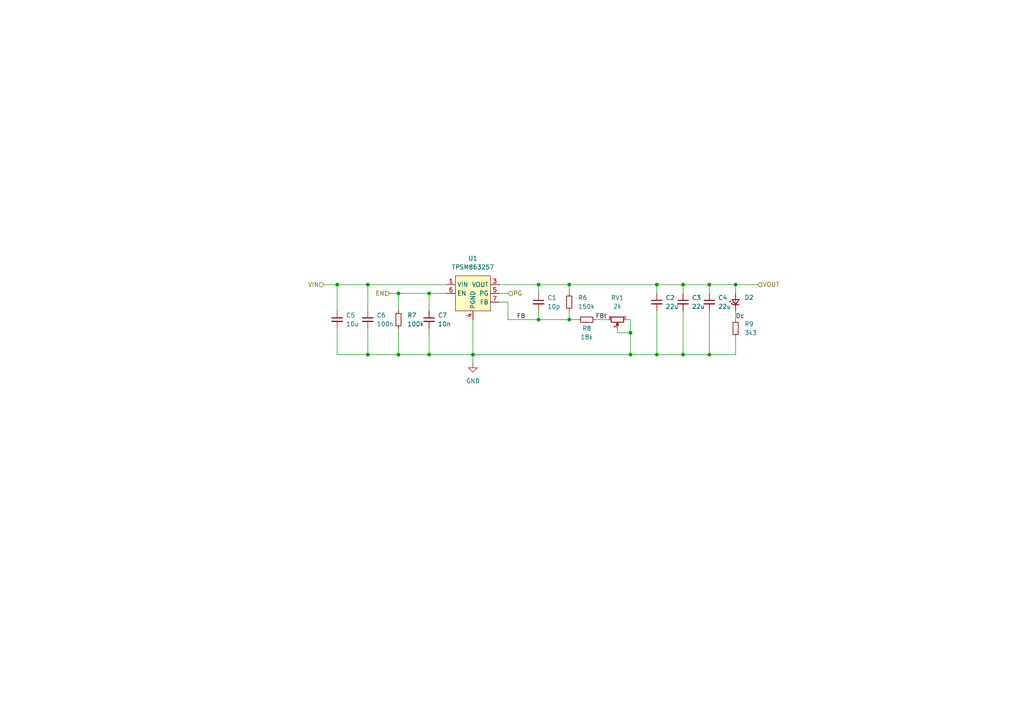
<source format=kicad_sch>
(kicad_sch (version 20231120) (generator "eeschema") (generator_version "8.0")
  (paper "A4")
  (title_block (title "buck") (date "${DATE}") (rev "${VERSION}") (company "Qetesh"))
  (lib_symbols
    (symbol "Device:C_Small" (pin_numbers hide) (pin_names (offset 0.254) hide)
      (property "Reference" "C" (at 0.254 1.778 0))
      (property "Value" "C_Small" (at 0.254 -2.032 0))
      (symbol "C_Small_0_1"
        (polyline (pts (xy -1.524 -0.508) (xy 1.524 -0.508)) (stroke (width 0.3302)))
        (polyline (pts (xy -1.524 0.508) (xy 1.524 0.508)) (stroke (width 0.3048)))
      )
      (symbol "C_Small_1_1"
        (pin passive line (at 0 2.54 270) (length 2.032) (name "~") (number "1"))
        (pin passive line (at 0 -2.54 90) (length 2.032) (name "~") (number "2"))
      )
    )
    (symbol "Device:LED_Small" (pin_numbers hide) (pin_names (offset 0.254) hide)
      (property "Reference" "D" (at -1.27 3.175 0))
      (property "Value" "LED_Small" (at -4.445 -2.54 0))
      (symbol "LED_Small_0_1"
        (polyline (pts (xy -0.762 -1.016) (xy -0.762 1.016)) (stroke (width 0.254)))
        (polyline (pts (xy 1.016 0) (xy -0.762 0)))
        (polyline (pts (xy 0.762 -1.016) (xy -0.762 0) (xy 0.762 1.016) (xy 0.762 -1.016)) (stroke (width 0.254)))
        (polyline (pts (xy 0 0.762) (xy -0.508 1.27) (xy -0.254 1.27) (xy -0.508 1.27) (xy -0.508 1.016)))
        (polyline (pts (xy 0.508 1.27) (xy 0 1.778) (xy 0.254 1.778) (xy 0 1.778) (xy 0 1.524)))
      )
      (symbol "LED_Small_1_1"
        (pin passive line (at -2.54 0 0) (length 1.778) (name "K") (number "1"))
        (pin passive line (at 2.54 0 180) (length 1.778) (name "A") (number "2"))
      )
    )
    (symbol "Device:R_Potentiometer_Small" (pin_names (offset 1.016) hide)
      (property "Reference" "RV" (at -4.445 0 90))
      (property "Value" "R_Potentiometer_Small" (at -2.54 0 90))
      (symbol "R_Potentiometer_Small_0_1"
        (polyline (pts (xy 0.889 0) (xy 0.635 0) (xy 1.651 0.381) (xy 1.651 -0.381) (xy 0.635 0) (xy 0.889 0)) (fill (type outline)))
        (rectangle (start 0.762 1.8034) (end -0.762 -1.8034) (stroke (width 0.254)))
      )
      (symbol "R_Potentiometer_Small_1_1"
        (pin passive line (at 0 2.54 270) (length 0.635) (name "1") (number "1"))
        (pin passive line (at 2.54 0 180) (length 0.9906) (name "2") (number "2"))
        (pin passive line (at 0 -2.54 90) (length 0.635) (name "3") (number "3"))
      )
    )
    (symbol "Device:R_Small" (pin_numbers hide) (pin_names (offset 0.254) hide)
      (property "Reference" "R" (at 0.762 0.508 0))
      (property "Value" "R_Small" (at 0.762 -1.016 0))
      (symbol "R_Small_0_1"
        (rectangle (start -0.762 1.778) (end 0.762 -1.778) (stroke (width 0.2032)))
      )
      (symbol "R_Small_1_1"
        (pin passive line (at 0 2.54 270) (length 0.762) (name "~") (number "1"))
        (pin passive line (at 0 -2.54 90) (length 0.762) (name "~") (number "2"))
      )
    )
    (symbol "TPSM86325x:TPSM863257"
      (property "Reference" "U" (at 0 0 0))
      (property "Value" "TPSM863257" (at 0 0 0))
      (symbol "TPSM863257_1_1"
        (rectangle (start -5.08 -2.54) (end 5.08 -12.7) (fill (type background)))
        (pin power_in line (at -7.62 -5.08 0) (length 2.54) (name "VIN") (number "1"))
        (pin no_connect line (at -7.62 -10.16 0) (length 2.54) hide (name "SW") (number "2"))
        (pin power_out line (at 7.62 -5.08 180) (length 2.54) (name "VOUT") (number "3"))
        (pin power_in line (at 0 -15.24 90) (length 2.54) (name "PGND") (number "4"))
        (pin output line (at 7.62 -7.62 180) (length 2.54) (name "PG") (number "5"))
        (pin input line (at -7.62 -7.62 0) (length 2.54) (name "EN") (number "6"))
        (pin input line (at 7.62 -10.16 180) (length 2.54) (name "FB") (number "7"))
      )
    )
    (symbol "power:GND" (power) (pin_numbers hide) (pin_names (offset 0) hide)
      (property "Value" "GND" (at 0 -3.81 0))
      (symbol "GND_0_1"
        (polyline (pts (xy 0 0) (xy 0 -1.27) (xy 1.27 -1.27) (xy 0 -2.54) (xy -1.27 -1.27) (xy 0 -1.27)))
      )
      (symbol "GND_1_1"
        (pin power_in line (at 0 0 270) (length 0) (name "~") (number "1"))
      )
    )
  )
  (junction (at 106.68 82.55))
  (junction (at 213.36 82.55))
  (junction (at 182.88 102.87))
  (junction (at 115.57 85.09))
  (junction (at 205.74 82.55))
  (junction (at 198.12 102.87))
  (junction (at 106.68 102.87))
  (junction (at 137.16 102.87))
  (junction (at 156.21 82.55))
  (junction (at 124.46 85.09))
  (junction (at 115.57 102.87))
  (junction (at 182.88 96.52))
  (junction (at 205.74 102.87))
  (junction (at 190.5 102.87))
  (junction (at 198.12 82.55))
  (junction (at 165.1 92.71))
  (junction (at 190.5 82.55))
  (junction (at 156.21 92.71))
  (junction (at 124.46 102.87))
  (junction (at 97.79 82.55))
  (junction (at 165.1 82.55))
  (wire (pts (xy 97.79 82.55) (xy 97.79 90.17)))
  (wire (pts (xy 182.88 92.71) (xy 182.88 96.52)))
  (wire (pts (xy 97.79 102.87) (xy 106.68 102.87)))
  (wire (pts (xy 198.12 102.87) (xy 190.5 102.87)))
  (wire (pts (xy 144.78 85.09) (xy 147.32 85.09)))
  (wire (pts (xy 190.5 102.87) (xy 182.88 102.87)))
  (wire (pts (xy 190.5 82.55) (xy 165.1 82.55)))
  (wire (pts (xy 144.78 82.55) (xy 156.21 82.55)))
  (wire (pts (xy 156.21 92.71) (xy 165.1 92.71)))
  (wire (pts (xy 179.07 95.25) (xy 179.07 96.52)))
  (wire (pts (xy 113.03 85.09) (xy 115.57 85.09)))
  (wire (pts (xy 179.07 96.52) (xy 182.88 96.52)))
  (wire (pts (xy 115.57 95.25) (xy 115.57 102.87)))
  (wire (pts (xy 97.79 95.25) (xy 97.79 102.87)))
  (wire (pts (xy 124.46 95.25) (xy 124.46 102.87)))
  (wire (pts (xy 106.68 95.25) (xy 106.68 102.87)))
  (wire (pts (xy 190.5 85.09) (xy 190.5 82.55)))
  (wire (pts (xy 205.74 90.17) (xy 205.74 102.87)))
  (wire (pts (xy 115.57 85.09) (xy 124.46 85.09)))
  (wire (pts (xy 137.16 92.71) (xy 137.16 102.87)))
  (wire (pts (xy 156.21 90.17) (xy 156.21 92.71)))
  (wire (pts (xy 106.68 82.55) (xy 129.54 82.55)))
  (wire (pts (xy 172.72 92.71) (xy 176.53 92.71)))
  (wire (pts (xy 198.12 90.17) (xy 198.12 102.87)))
  (wire (pts (xy 137.16 102.87) (xy 182.88 102.87)))
  (wire (pts (xy 144.78 87.63) (xy 147.32 87.63)))
  (wire (pts (xy 124.46 85.09) (xy 124.46 90.17)))
  (wire (pts (xy 182.88 96.52) (xy 182.88 102.87)))
  (wire (pts (xy 106.68 82.55) (xy 106.68 90.17)))
  (wire (pts (xy 205.74 82.55) (xy 213.36 82.55)))
  (wire (pts (xy 156.21 82.55) (xy 156.21 85.09)))
  (wire (pts (xy 93.98 82.55) (xy 97.79 82.55)))
  (wire (pts (xy 106.68 102.87) (xy 115.57 102.87)))
  (wire (pts (xy 137.16 105.41) (xy 137.16 102.87)))
  (wire (pts (xy 190.5 90.17) (xy 190.5 102.87)))
  (wire (pts (xy 147.32 92.71) (xy 156.21 92.71)))
  (wire (pts (xy 198.12 82.55) (xy 205.74 82.55)))
  (wire (pts (xy 213.36 85.09) (xy 213.36 82.55)))
  (wire (pts (xy 213.36 102.87) (xy 205.74 102.87)))
  (wire (pts (xy 115.57 85.09) (xy 115.57 90.17)))
  (wire (pts (xy 124.46 102.87) (xy 137.16 102.87)))
  (wire (pts (xy 165.1 92.71) (xy 167.64 92.71)))
  (wire (pts (xy 198.12 82.55) (xy 198.12 85.09)))
  (wire (pts (xy 165.1 90.17) (xy 165.1 92.71)))
  (wire (pts (xy 165.1 82.55) (xy 165.1 85.09)))
  (wire (pts (xy 213.36 82.55) (xy 219.71 82.55)))
  (wire (pts (xy 190.5 82.55) (xy 198.12 82.55)))
  (wire (pts (xy 213.36 97.79) (xy 213.36 102.87)))
  (wire (pts (xy 205.74 82.55) (xy 205.74 85.09)))
  (wire (pts (xy 156.21 82.55) (xy 165.1 82.55)))
  (wire (pts (xy 181.61 92.71) (xy 182.88 92.71)))
  (wire (pts (xy 97.79 82.55) (xy 106.68 82.55)))
  (wire (pts (xy 213.36 90.17) (xy 213.36 92.71)))
  (wire (pts (xy 147.32 87.63) (xy 147.32 92.71)))
  (wire (pts (xy 124.46 85.09) (xy 129.54 85.09)))
  (wire (pts (xy 115.57 102.87) (xy 124.46 102.87)))
  (wire (pts (xy 205.74 102.87) (xy 198.12 102.87)))
  (label "Dc" (at 213.36 92.71 0))
  (label "FB" (at 149.86 92.71 0))
  (label "FBt" (at 172.72 92.71 0))
  (hierarchical_label "EN" (shape input) (at 113.03 85.09 180))
  (hierarchical_label "VOUT" (shape input) (at 219.71 82.55 0))
  (hierarchical_label "PG" (shape input) (at 147.32 85.09 0))
  (hierarchical_label "VIN" (shape input) (at 93.98 82.55 180))
  (symbol (lib_id "Device:R_Small") (at 213.36 95.25 0) (unit 1)
    (property "Reference" "R9" (at 215.9 93.9799 0) (effects (justify left)))
    (property "Value" "3k3" (at 215.9 96.5199 0) (effects (justify left)))
    (property "Footprint" "Resistor_SMD:R_0402_1005Metric" (effects (hide yes)))
    (property "Description" "Resistor, small symbol" (effects (hide yes)))
    (property "LCSC" "C25890" (effects (hide yes)))
    (instances (project "RaspiPowerSupply" (path "" (reference "R9") (unit 1)) (path "" (reference "R13") (unit 1)) (path "" (reference "R21") (unit 1)) (path "" (reference "R17") (unit 1))))
  )
  (symbol (lib_id "TPSM86325x:TPSM863257") (at 137.16 77.47 0) (unit 1)
    (property "Reference" "U1" (at 137.16 74.93 0))
    (property "Value" "TPSM863257" (at 137.16 77.47 0))
    (property "Footprint" "TPSM86325x:QFN-FCMOD" (effects (hide yes)))
    (property "Datasheet" "https://www.ti.com/lit/ds/symlink/tpsm863257.pdf" (effects (hide yes)))
    (property "LCSC" "C19190416" (effects (hide yes)))
    (instances (project "" (path "" (reference "U1") (unit 1)) (path "" (reference "U2") (unit 1)) (path "" (reference "U4") (unit 1)) (path "" (reference "U3") (unit 1))))
  )
  (symbol (lib_id "power:GND") (at 137.16 105.41 0) (unit 1)
    (property "Reference" "#PWR012" (effects (hide yes)))
    (property "Value" "GND" (at 137.16 110.49 0))
    (property "Description" "Power symbol creates a global label with name \"GND\" , ground" (effects (hide yes)))
    (instances (project "" (path "" (reference "#PWR012") (unit 1)) (path "" (reference "#PWR013") (unit 1)) (path "" (reference "#PWR015") (unit 1)) (path "" (reference "#PWR014") (unit 1))))
  )
  (symbol (lib_id "Device:R_Small") (at 115.57 92.71 0) (unit 1)
    (property "Reference" "R7" (at 118.11 91.4399 0) (effects (justify left)))
    (property "Value" "100k" (at 118.11 93.9799 0) (effects (justify left)))
    (property "Footprint" "Resistor_SMD:R_0402_1005Metric" (effects (hide yes)))
    (property "Description" "Resistor, small symbol" (effects (hide yes)))
    (property "LCSC" "C25741" (effects (hide yes)))
    (instances (project "RaspiPowerSupply" (path "" (reference "R7") (unit 1)) (path "" (reference "R11") (unit 1)) (path "" (reference "R19") (unit 1)) (path "" (reference "R15") (unit 1))))
  )
  (symbol (lib_id "Device:C_Small") (at 156.21 87.63 0) (unit 1)
    (property "Reference" "C1" (at 158.75 86.3662 0) (effects (justify left)))
    (property "Value" "10p" (at 158.75 88.9062 0) (effects (justify left)))
    (property "Footprint" "Capacitor_SMD:C_0402_1005Metric" (effects (hide yes)))
    (property "Description" "Unpolarized capacitor, small symbol" (effects (hide yes)))
    (property "LCSC" "C32949" (effects (hide yes)))
    (instances (project "RaspiPowerSupply" (path "" (reference "C1") (unit 1)) (path "" (reference "C8") (unit 1)) (path "" (reference "C22") (unit 1)) (path "" (reference "C15") (unit 1))))
  )
  (symbol (lib_id "Device:C_Small") (at 97.79 92.71 0) (unit 1)
    (property "Reference" "C5" (at 100.33 91.4462 0) (effects (justify left)))
    (property "Value" "10u" (at 100.33 93.9862 0) (effects (justify left)))
    (property "Footprint" "Capacitor_SMD:C_0805_2012Metric" (effects (hide yes)))
    (property "Description" "Unpolarized capacitor, small symbol" (effects (hide yes)))
    (property "LCSC" "C15850" (effects (hide yes)))
    (instances (project "" (path "" (reference "C5") (unit 1)) (path "" (reference "C12") (unit 1)) (path "" (reference "C26") (unit 1)) (path "" (reference "C19") (unit 1))))
  )
  (symbol (lib_id "Device:R_Small") (at 170.18 92.71 90) (unit 1)
    (property "Reference" "R8" (at 170.18 95.25 90))
    (property "Value" "18k" (at 170.18 97.79 90))
    (property "Footprint" "Resistor_SMD:R_0402_1005Metric" (effects (hide yes)))
    (property "Description" "Resistor, small symbol" (effects (hide yes)))
    (property "LCSC" "C25765" (effects (hide yes)))
    (instances (project "RaspiPowerSupply" (path "" (reference "R8") (unit 1)) (path "" (reference "R12") (unit 1)) (path "" (reference "R20") (unit 1)) (path "" (reference "R16") (unit 1))))
  )
  (symbol (lib_id "Device:C_Small") (at 124.46 92.71 0) (unit 1)
    (property "Reference" "C7" (at 127 91.4462 0) (effects (justify left)))
    (property "Value" "10n" (at 127 93.9862 0) (effects (justify left)))
    (property "Footprint" "Capacitor_SMD:C_0402_1005Metric" (effects (hide yes)))
    (property "Description" "Unpolarized capacitor, small symbol" (effects (hide yes)))
    (property "LCSC" "C15195" (effects (hide yes)))
    (instances (project "RaspiPowerSupply" (path "" (reference "C7") (unit 1)) (path "" (reference "C14") (unit 1)) (path "" (reference "C28") (unit 1)) (path "" (reference "C21") (unit 1))))
  )
  (symbol (lib_id "Device:C_Small") (at 106.68 92.71 0) (unit 1)
    (property "Reference" "C6" (at 109.22 91.4462 0) (effects (justify left)))
    (property "Value" "100n" (at 109.22 93.9862 0) (effects (justify left)))
    (property "Footprint" "Capacitor_SMD:C_0402_1005Metric" (effects (hide yes)))
    (property "Description" "Unpolarized capacitor, small symbol" (effects (hide yes)))
    (property "LCSC" "C307331" (effects (hide yes)))
    (instances (project "RaspiPowerSupply" (path "" (reference "C6") (unit 1)) (path "" (reference "C13") (unit 1)) (path "" (reference "C27") (unit 1)) (path "" (reference "C20") (unit 1))))
  )
  (symbol (lib_id "Device:C_Small") (at 190.5 87.63 0) (unit 1)
    (property "Reference" "C2" (at 193.04 86.3662 0) (effects (justify left)))
    (property "Value" "22u" (at 193.04 88.9062 0) (effects (justify left)))
    (property "Footprint" "Capacitor_SMD:C_0805_2012Metric" (effects (hide yes)))
    (property "Description" "Unpolarized capacitor, small symbol" (effects (hide yes)))
    (property "LCSC" "C45783" (effects (hide yes)))
    (instances (project "RaspiPowerSupply" (path "" (reference "C2") (unit 1)) (path "" (reference "C9") (unit 1)) (path "" (reference "C23") (unit 1)) (path "" (reference "C16") (unit 1))))
  )
  (symbol (lib_id "Device:R_Small") (at 165.1 87.63 0) (unit 1)
    (property "Reference" "R6" (at 167.64 86.3599 0) (effects (justify left)))
    (property "Value" "150k" (at 167.64 88.8999 0) (effects (justify left)))
    (property "Footprint" "Resistor_SMD:R_0402_1005Metric" (effects (hide yes)))
    (property "Description" "Resistor, small symbol" (effects (hide yes)))
    (property "LCSC" "C25755" (effects (hide yes)))
    (instances (project "" (path "" (reference "R6") (unit 1)) (path "" (reference "R10") (unit 1)) (path "" (reference "R18") (unit 1)) (path "" (reference "R14") (unit 1))))
  )
  (symbol (lib_id "Device:C_Small") (at 205.74 87.63 0) (unit 1)
    (property "Reference" "C4" (at 208.28 86.3662 0) (effects (justify left)))
    (property "Value" "22u" (at 208.28 88.9062 0) (effects (justify left)))
    (property "Footprint" "Capacitor_SMD:C_0805_2012Metric" (effects (hide yes)))
    (property "Description" "Unpolarized capacitor, small symbol" (effects (hide yes)))
    (property "LCSC" "C45783" (effects (hide yes)))
    (instances (project "RaspiPowerSupply" (path "" (reference "C4") (unit 1)) (path "" (reference "C11") (unit 1)) (path "" (reference "C25") (unit 1)) (path "" (reference "C18") (unit 1))))
  )
  (symbol (lib_id "Device:LED_Small") (at 213.36 87.63 90) (unit 1)
    (property "Reference" "D2" (at 215.9 86.2964 90) (effects (justify right)))
    (property "Value" "${SHEETNAME}" (at 215.9 88.8364 90) (effects (justify right)))
    (property "Footprint" "LED_SMD:LED_0603_1608Metric" (effects (hide yes)))
    (property "Description" "Light emitting diode, small symbol" (effects (hide yes)))
    (property "LCSC" "C72038" (effects (hide yes)))
    (instances (project "RaspiPowerSupply" (path "" (reference "D2") (unit 1)) (path "" (reference "D3") (unit 1)) (path "" (reference "D5") (unit 1)) (path "" (reference "D4") (unit 1))))
  )
  (symbol (lib_id "Device:R_Potentiometer_Small") (at 179.07 92.71 270) (unit 1)
    (property "Reference" "RV1" (at 179.07 86.36 90))
    (property "Value" "2k" (at 179.07 88.9 90))
    (property "Footprint" "BratwurstPower:Potentiometer_hdk_VG039NCHXT" (effects (hide yes)))
    (property "Description" "Potentiometer" (effects (hide yes)))
    (property "LCSC" "C128549" (effects (hide yes)))
    (instances (project "" (path "" (reference "RV1") (unit 1)) (path "" (reference "RV2") (unit 1)) (path "" (reference "RV4") (unit 1)) (path "" (reference "RV3") (unit 1))))
  )
  (symbol (lib_id "Device:C_Small") (at 198.12 87.63 0) (unit 1)
    (property "Reference" "C3" (at 200.66 86.3662 0) (effects (justify left)))
    (property "Value" "22u" (at 200.66 88.9062 0) (effects (justify left)))
    (property "Footprint" "Capacitor_SMD:C_0805_2012Metric" (effects (hide yes)))
    (property "Description" "Unpolarized capacitor, small symbol" (effects (hide yes)))
    (property "LCSC" "C45783" (effects (hide yes)))
    (instances (project "RaspiPowerSupply" (path "" (reference "C3") (unit 1)) (path "" (reference "C10") (unit 1)) (path "" (reference "C24") (unit 1)) (path "" (reference "C17") (unit 1))))
  )
)
</source>
